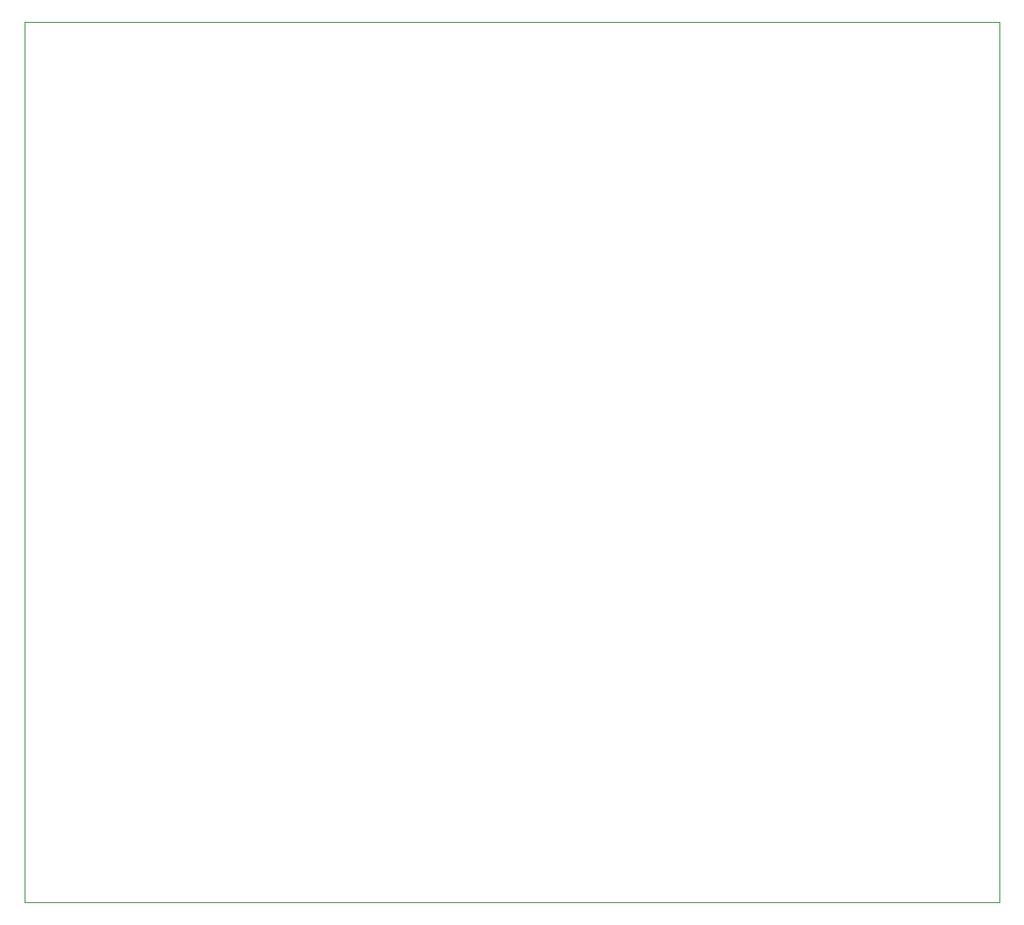
<source format=gm1>
G04 #@! TF.GenerationSoftware,KiCad,Pcbnew,6.0.9-8da3e8f707~116~ubuntu22.04.1*
G04 #@! TF.CreationDate,2022-11-12T12:36:30-05:00*
G04 #@! TF.ProjectId,dso138,64736f31-3338-42e6-9b69-6361645f7063,rev?*
G04 #@! TF.SameCoordinates,Original*
G04 #@! TF.FileFunction,Profile,NP*
%FSLAX46Y46*%
G04 Gerber Fmt 4.6, Leading zero omitted, Abs format (unit mm)*
G04 Created by KiCad (PCBNEW 6.0.9-8da3e8f707~116~ubuntu22.04.1) date 2022-11-12 12:36:30*
%MOMM*%
%LPD*%
G01*
G04 APERTURE LIST*
G04 #@! TA.AperFunction,Profile*
%ADD10C,0.100000*%
G04 #@! TD*
G04 APERTURE END LIST*
D10*
X53000000Y-80000000D02*
X147000000Y-80000000D01*
X147000000Y-80000000D02*
X147000000Y-165000000D01*
X147000000Y-165000000D02*
X53000000Y-165000000D01*
X53000000Y-165000000D02*
X53000000Y-80000000D01*
M02*

</source>
